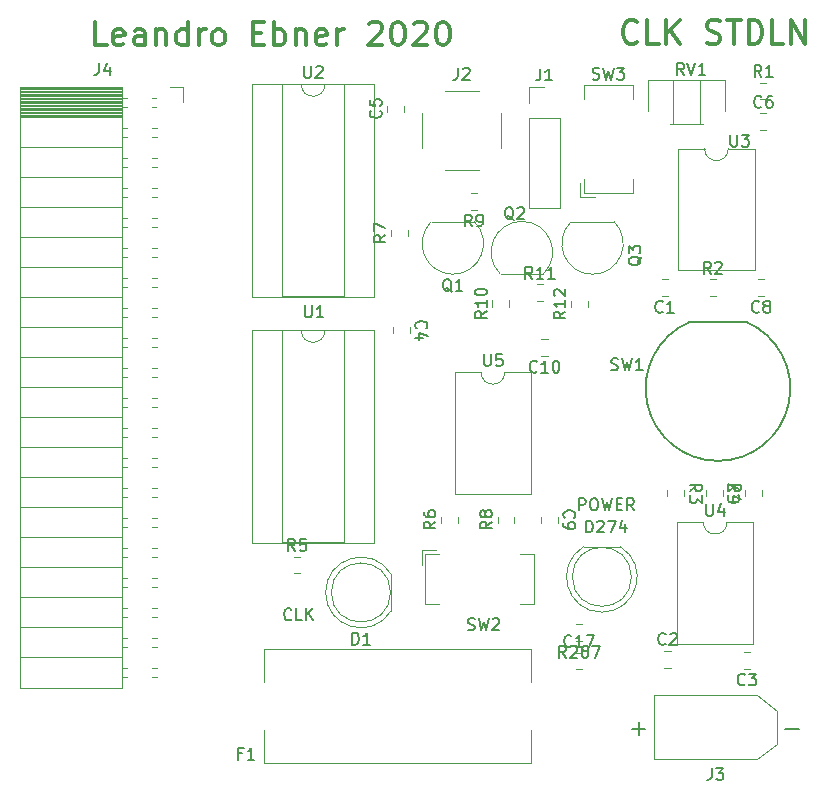
<source format=gbr>
%TF.GenerationSoftware,KiCad,Pcbnew,(5.99.0-2101-geb1ff80d5)*%
%TF.CreationDate,2020-11-29T13:35:49+01:00*%
%TF.ProjectId,CLK_stdln,434c4b5f-7374-4646-9c6e-2e6b69636164,rev?*%
%TF.SameCoordinates,Original*%
%TF.FileFunction,Legend,Top*%
%TF.FilePolarity,Positive*%
%FSLAX46Y46*%
G04 Gerber Fmt 4.6, Leading zero omitted, Abs format (unit mm)*
G04 Created by KiCad (PCBNEW (5.99.0-2101-geb1ff80d5)) date 2020-11-29 13:35:49*
%MOMM*%
%LPD*%
G01*
G04 APERTURE LIST*
%ADD10C,0.150000*%
%ADD11C,0.300000*%
%ADD12C,0.120000*%
G04 APERTURE END LIST*
D10*
X188340476Y-129982380D02*
X188340476Y-128982380D01*
X188721428Y-128982380D01*
X188816666Y-129030000D01*
X188864285Y-129077619D01*
X188911904Y-129172857D01*
X188911904Y-129315714D01*
X188864285Y-129410952D01*
X188816666Y-129458571D01*
X188721428Y-129506190D01*
X188340476Y-129506190D01*
X189530952Y-128982380D02*
X189721428Y-128982380D01*
X189816666Y-129030000D01*
X189911904Y-129125238D01*
X189959523Y-129315714D01*
X189959523Y-129649047D01*
X189911904Y-129839523D01*
X189816666Y-129934761D01*
X189721428Y-129982380D01*
X189530952Y-129982380D01*
X189435714Y-129934761D01*
X189340476Y-129839523D01*
X189292857Y-129649047D01*
X189292857Y-129315714D01*
X189340476Y-129125238D01*
X189435714Y-129030000D01*
X189530952Y-128982380D01*
X190292857Y-128982380D02*
X190530952Y-129982380D01*
X190721428Y-129268095D01*
X190911904Y-129982380D01*
X191150000Y-128982380D01*
X191530952Y-129458571D02*
X191864285Y-129458571D01*
X192007142Y-129982380D02*
X191530952Y-129982380D01*
X191530952Y-128982380D01*
X192007142Y-128982380D01*
X193007142Y-129982380D02*
X192673809Y-129506190D01*
X192435714Y-129982380D02*
X192435714Y-128982380D01*
X192816666Y-128982380D01*
X192911904Y-129030000D01*
X192959523Y-129077619D01*
X193007142Y-129172857D01*
X193007142Y-129315714D01*
X192959523Y-129410952D01*
X192911904Y-129458571D01*
X192816666Y-129506190D01*
X192435714Y-129506190D01*
X163994761Y-139197142D02*
X163947142Y-139244761D01*
X163804285Y-139292380D01*
X163709047Y-139292380D01*
X163566190Y-139244761D01*
X163470952Y-139149523D01*
X163423333Y-139054285D01*
X163375714Y-138863809D01*
X163375714Y-138720952D01*
X163423333Y-138530476D01*
X163470952Y-138435238D01*
X163566190Y-138340000D01*
X163709047Y-138292380D01*
X163804285Y-138292380D01*
X163947142Y-138340000D01*
X163994761Y-138387619D01*
X164899523Y-139292380D02*
X164423333Y-139292380D01*
X164423333Y-138292380D01*
X165232857Y-139292380D02*
X165232857Y-138292380D01*
X165804285Y-139292380D02*
X165375714Y-138720952D01*
X165804285Y-138292380D02*
X165232857Y-138863809D01*
D11*
X148350000Y-90604761D02*
X147397619Y-90604761D01*
X147397619Y-88604761D01*
X149778571Y-90509523D02*
X149588095Y-90604761D01*
X149207142Y-90604761D01*
X149016666Y-90509523D01*
X148921428Y-90319047D01*
X148921428Y-89557142D01*
X149016666Y-89366666D01*
X149207142Y-89271428D01*
X149588095Y-89271428D01*
X149778571Y-89366666D01*
X149873809Y-89557142D01*
X149873809Y-89747619D01*
X148921428Y-89938095D01*
X151588095Y-90604761D02*
X151588095Y-89557142D01*
X151492857Y-89366666D01*
X151302380Y-89271428D01*
X150921428Y-89271428D01*
X150730952Y-89366666D01*
X151588095Y-90509523D02*
X151397619Y-90604761D01*
X150921428Y-90604761D01*
X150730952Y-90509523D01*
X150635714Y-90319047D01*
X150635714Y-90128571D01*
X150730952Y-89938095D01*
X150921428Y-89842857D01*
X151397619Y-89842857D01*
X151588095Y-89747619D01*
X152540476Y-89271428D02*
X152540476Y-90604761D01*
X152540476Y-89461904D02*
X152635714Y-89366666D01*
X152826190Y-89271428D01*
X153111904Y-89271428D01*
X153302380Y-89366666D01*
X153397619Y-89557142D01*
X153397619Y-90604761D01*
X155207142Y-90604761D02*
X155207142Y-88604761D01*
X155207142Y-90509523D02*
X155016666Y-90604761D01*
X154635714Y-90604761D01*
X154445238Y-90509523D01*
X154350000Y-90414285D01*
X154254761Y-90223809D01*
X154254761Y-89652380D01*
X154350000Y-89461904D01*
X154445238Y-89366666D01*
X154635714Y-89271428D01*
X155016666Y-89271428D01*
X155207142Y-89366666D01*
X156159523Y-90604761D02*
X156159523Y-89271428D01*
X156159523Y-89652380D02*
X156254761Y-89461904D01*
X156350000Y-89366666D01*
X156540476Y-89271428D01*
X156730952Y-89271428D01*
X157683333Y-90604761D02*
X157492857Y-90509523D01*
X157397619Y-90414285D01*
X157302380Y-90223809D01*
X157302380Y-89652380D01*
X157397619Y-89461904D01*
X157492857Y-89366666D01*
X157683333Y-89271428D01*
X157969047Y-89271428D01*
X158159523Y-89366666D01*
X158254761Y-89461904D01*
X158350000Y-89652380D01*
X158350000Y-90223809D01*
X158254761Y-90414285D01*
X158159523Y-90509523D01*
X157969047Y-90604761D01*
X157683333Y-90604761D01*
X160730952Y-89557142D02*
X161397619Y-89557142D01*
X161683333Y-90604761D02*
X160730952Y-90604761D01*
X160730952Y-88604761D01*
X161683333Y-88604761D01*
X162540476Y-90604761D02*
X162540476Y-88604761D01*
X162540476Y-89366666D02*
X162730952Y-89271428D01*
X163111904Y-89271428D01*
X163302380Y-89366666D01*
X163397619Y-89461904D01*
X163492857Y-89652380D01*
X163492857Y-90223809D01*
X163397619Y-90414285D01*
X163302380Y-90509523D01*
X163111904Y-90604761D01*
X162730952Y-90604761D01*
X162540476Y-90509523D01*
X164350000Y-89271428D02*
X164350000Y-90604761D01*
X164350000Y-89461904D02*
X164445238Y-89366666D01*
X164635714Y-89271428D01*
X164921428Y-89271428D01*
X165111904Y-89366666D01*
X165207142Y-89557142D01*
X165207142Y-90604761D01*
X166921428Y-90509523D02*
X166730952Y-90604761D01*
X166350000Y-90604761D01*
X166159523Y-90509523D01*
X166064285Y-90319047D01*
X166064285Y-89557142D01*
X166159523Y-89366666D01*
X166350000Y-89271428D01*
X166730952Y-89271428D01*
X166921428Y-89366666D01*
X167016666Y-89557142D01*
X167016666Y-89747619D01*
X166064285Y-89938095D01*
X167873809Y-90604761D02*
X167873809Y-89271428D01*
X167873809Y-89652380D02*
X167969047Y-89461904D01*
X168064285Y-89366666D01*
X168254761Y-89271428D01*
X168445238Y-89271428D01*
X170540476Y-88795238D02*
X170635714Y-88700000D01*
X170826190Y-88604761D01*
X171302380Y-88604761D01*
X171492857Y-88700000D01*
X171588095Y-88795238D01*
X171683333Y-88985714D01*
X171683333Y-89176190D01*
X171588095Y-89461904D01*
X170445238Y-90604761D01*
X171683333Y-90604761D01*
X172921428Y-88604761D02*
X173111904Y-88604761D01*
X173302380Y-88700000D01*
X173397619Y-88795238D01*
X173492857Y-88985714D01*
X173588095Y-89366666D01*
X173588095Y-89842857D01*
X173492857Y-90223809D01*
X173397619Y-90414285D01*
X173302380Y-90509523D01*
X173111904Y-90604761D01*
X172921428Y-90604761D01*
X172730952Y-90509523D01*
X172635714Y-90414285D01*
X172540476Y-90223809D01*
X172445238Y-89842857D01*
X172445238Y-89366666D01*
X172540476Y-88985714D01*
X172635714Y-88795238D01*
X172730952Y-88700000D01*
X172921428Y-88604761D01*
X174350000Y-88795238D02*
X174445238Y-88700000D01*
X174635714Y-88604761D01*
X175111904Y-88604761D01*
X175302380Y-88700000D01*
X175397619Y-88795238D01*
X175492857Y-88985714D01*
X175492857Y-89176190D01*
X175397619Y-89461904D01*
X174254761Y-90604761D01*
X175492857Y-90604761D01*
X176730952Y-88604761D02*
X176921428Y-88604761D01*
X177111904Y-88700000D01*
X177207142Y-88795238D01*
X177302380Y-88985714D01*
X177397619Y-89366666D01*
X177397619Y-89842857D01*
X177302380Y-90223809D01*
X177207142Y-90414285D01*
X177111904Y-90509523D01*
X176921428Y-90604761D01*
X176730952Y-90604761D01*
X176540476Y-90509523D01*
X176445238Y-90414285D01*
X176350000Y-90223809D01*
X176254761Y-89842857D01*
X176254761Y-89366666D01*
X176350000Y-88985714D01*
X176445238Y-88795238D01*
X176540476Y-88700000D01*
X176730952Y-88604761D01*
X193276190Y-90294285D02*
X193180952Y-90389523D01*
X192895238Y-90484761D01*
X192704761Y-90484761D01*
X192419047Y-90389523D01*
X192228571Y-90199047D01*
X192133333Y-90008571D01*
X192038095Y-89627619D01*
X192038095Y-89341904D01*
X192133333Y-88960952D01*
X192228571Y-88770476D01*
X192419047Y-88580000D01*
X192704761Y-88484761D01*
X192895238Y-88484761D01*
X193180952Y-88580000D01*
X193276190Y-88675238D01*
X195085714Y-90484761D02*
X194133333Y-90484761D01*
X194133333Y-88484761D01*
X195752380Y-90484761D02*
X195752380Y-88484761D01*
X196895238Y-90484761D02*
X196038095Y-89341904D01*
X196895238Y-88484761D02*
X195752380Y-89627619D01*
X199180952Y-90389523D02*
X199466666Y-90484761D01*
X199942857Y-90484761D01*
X200133333Y-90389523D01*
X200228571Y-90294285D01*
X200323809Y-90103809D01*
X200323809Y-89913333D01*
X200228571Y-89722857D01*
X200133333Y-89627619D01*
X199942857Y-89532380D01*
X199561904Y-89437142D01*
X199371428Y-89341904D01*
X199276190Y-89246666D01*
X199180952Y-89056190D01*
X199180952Y-88865714D01*
X199276190Y-88675238D01*
X199371428Y-88580000D01*
X199561904Y-88484761D01*
X200038095Y-88484761D01*
X200323809Y-88580000D01*
X200895238Y-88484761D02*
X202038095Y-88484761D01*
X201466666Y-90484761D02*
X201466666Y-88484761D01*
X202704761Y-90484761D02*
X202704761Y-88484761D01*
X203180952Y-88484761D01*
X203466666Y-88580000D01*
X203657142Y-88770476D01*
X203752380Y-88960952D01*
X203847619Y-89341904D01*
X203847619Y-89627619D01*
X203752380Y-90008571D01*
X203657142Y-90199047D01*
X203466666Y-90389523D01*
X203180952Y-90484761D01*
X202704761Y-90484761D01*
X205657142Y-90484761D02*
X204704761Y-90484761D01*
X204704761Y-88484761D01*
X206323809Y-90484761D02*
X206323809Y-88484761D01*
X207466666Y-90484761D01*
X207466666Y-88484761D01*
D10*
%TO.C,R287*%
X187230952Y-142452380D02*
X186897619Y-141976190D01*
X186659523Y-142452380D02*
X186659523Y-141452380D01*
X187040476Y-141452380D01*
X187135714Y-141500000D01*
X187183333Y-141547619D01*
X187230952Y-141642857D01*
X187230952Y-141785714D01*
X187183333Y-141880952D01*
X187135714Y-141928571D01*
X187040476Y-141976190D01*
X186659523Y-141976190D01*
X187611904Y-141547619D02*
X187659523Y-141500000D01*
X187754761Y-141452380D01*
X187992857Y-141452380D01*
X188088095Y-141500000D01*
X188135714Y-141547619D01*
X188183333Y-141642857D01*
X188183333Y-141738095D01*
X188135714Y-141880952D01*
X187564285Y-142452380D01*
X188183333Y-142452380D01*
X188754761Y-141880952D02*
X188659523Y-141833333D01*
X188611904Y-141785714D01*
X188564285Y-141690476D01*
X188564285Y-141642857D01*
X188611904Y-141547619D01*
X188659523Y-141500000D01*
X188754761Y-141452380D01*
X188945238Y-141452380D01*
X189040476Y-141500000D01*
X189088095Y-141547619D01*
X189135714Y-141642857D01*
X189135714Y-141690476D01*
X189088095Y-141785714D01*
X189040476Y-141833333D01*
X188945238Y-141880952D01*
X188754761Y-141880952D01*
X188659523Y-141928571D01*
X188611904Y-141976190D01*
X188564285Y-142071428D01*
X188564285Y-142261904D01*
X188611904Y-142357142D01*
X188659523Y-142404761D01*
X188754761Y-142452380D01*
X188945238Y-142452380D01*
X189040476Y-142404761D01*
X189088095Y-142357142D01*
X189135714Y-142261904D01*
X189135714Y-142071428D01*
X189088095Y-141976190D01*
X189040476Y-141928571D01*
X188945238Y-141880952D01*
X189469047Y-141452380D02*
X190135714Y-141452380D01*
X189707142Y-142452380D01*
%TO.C,R12*%
X187192380Y-113152857D02*
X186716190Y-113486190D01*
X187192380Y-113724285D02*
X186192380Y-113724285D01*
X186192380Y-113343333D01*
X186240000Y-113248095D01*
X186287619Y-113200476D01*
X186382857Y-113152857D01*
X186525714Y-113152857D01*
X186620952Y-113200476D01*
X186668571Y-113248095D01*
X186716190Y-113343333D01*
X186716190Y-113724285D01*
X187192380Y-112200476D02*
X187192380Y-112771904D01*
X187192380Y-112486190D02*
X186192380Y-112486190D01*
X186335238Y-112581428D01*
X186430476Y-112676666D01*
X186478095Y-112771904D01*
X186287619Y-111819523D02*
X186240000Y-111771904D01*
X186192380Y-111676666D01*
X186192380Y-111438571D01*
X186240000Y-111343333D01*
X186287619Y-111295714D01*
X186382857Y-111248095D01*
X186478095Y-111248095D01*
X186620952Y-111295714D01*
X187192380Y-111867142D01*
X187192380Y-111248095D01*
%TO.C,R11*%
X184379142Y-110378380D02*
X184045809Y-109902190D01*
X183807714Y-110378380D02*
X183807714Y-109378380D01*
X184188666Y-109378380D01*
X184283904Y-109426000D01*
X184331523Y-109473619D01*
X184379142Y-109568857D01*
X184379142Y-109711714D01*
X184331523Y-109806952D01*
X184283904Y-109854571D01*
X184188666Y-109902190D01*
X183807714Y-109902190D01*
X185331523Y-110378380D02*
X184760095Y-110378380D01*
X185045809Y-110378380D02*
X185045809Y-109378380D01*
X184950571Y-109521238D01*
X184855333Y-109616476D01*
X184760095Y-109664095D01*
X186283904Y-110378380D02*
X185712476Y-110378380D01*
X185998190Y-110378380D02*
X185998190Y-109378380D01*
X185902952Y-109521238D01*
X185807714Y-109616476D01*
X185712476Y-109664095D01*
%TO.C,R10*%
X180528380Y-113118857D02*
X180052190Y-113452190D01*
X180528380Y-113690285D02*
X179528380Y-113690285D01*
X179528380Y-113309333D01*
X179576000Y-113214095D01*
X179623619Y-113166476D01*
X179718857Y-113118857D01*
X179861714Y-113118857D01*
X179956952Y-113166476D01*
X180004571Y-113214095D01*
X180052190Y-113309333D01*
X180052190Y-113690285D01*
X180528380Y-112166476D02*
X180528380Y-112737904D01*
X180528380Y-112452190D02*
X179528380Y-112452190D01*
X179671238Y-112547428D01*
X179766476Y-112642666D01*
X179814095Y-112737904D01*
X179528380Y-111547428D02*
X179528380Y-111452190D01*
X179576000Y-111356952D01*
X179623619Y-111309333D01*
X179718857Y-111261714D01*
X179909333Y-111214095D01*
X180147428Y-111214095D01*
X180337904Y-111261714D01*
X180433142Y-111309333D01*
X180480761Y-111356952D01*
X180528380Y-111452190D01*
X180528380Y-111547428D01*
X180480761Y-111642666D01*
X180433142Y-111690285D01*
X180337904Y-111737904D01*
X180147428Y-111785523D01*
X179909333Y-111785523D01*
X179718857Y-111737904D01*
X179623619Y-111690285D01*
X179576000Y-111642666D01*
X179528380Y-111547428D01*
%TO.C,R9*%
X179273333Y-105942380D02*
X178940000Y-105466190D01*
X178701904Y-105942380D02*
X178701904Y-104942380D01*
X179082857Y-104942380D01*
X179178095Y-104990000D01*
X179225714Y-105037619D01*
X179273333Y-105132857D01*
X179273333Y-105275714D01*
X179225714Y-105370952D01*
X179178095Y-105418571D01*
X179082857Y-105466190D01*
X178701904Y-105466190D01*
X179749523Y-105942380D02*
X179940000Y-105942380D01*
X180035238Y-105894761D01*
X180082857Y-105847142D01*
X180178095Y-105704285D01*
X180225714Y-105513809D01*
X180225714Y-105132857D01*
X180178095Y-105037619D01*
X180130476Y-104990000D01*
X180035238Y-104942380D01*
X179844761Y-104942380D01*
X179749523Y-104990000D01*
X179701904Y-105037619D01*
X179654285Y-105132857D01*
X179654285Y-105370952D01*
X179701904Y-105466190D01*
X179749523Y-105513809D01*
X179844761Y-105561428D01*
X180035238Y-105561428D01*
X180130476Y-105513809D01*
X180178095Y-105466190D01*
X180225714Y-105370952D01*
%TO.C,R8*%
X180974880Y-130946666D02*
X180498690Y-131280000D01*
X180974880Y-131518095D02*
X179974880Y-131518095D01*
X179974880Y-131137142D01*
X180022500Y-131041904D01*
X180070119Y-130994285D01*
X180165357Y-130946666D01*
X180308214Y-130946666D01*
X180403452Y-130994285D01*
X180451071Y-131041904D01*
X180498690Y-131137142D01*
X180498690Y-131518095D01*
X180403452Y-130375238D02*
X180355833Y-130470476D01*
X180308214Y-130518095D01*
X180212976Y-130565714D01*
X180165357Y-130565714D01*
X180070119Y-130518095D01*
X180022500Y-130470476D01*
X179974880Y-130375238D01*
X179974880Y-130184761D01*
X180022500Y-130089523D01*
X180070119Y-130041904D01*
X180165357Y-129994285D01*
X180212976Y-129994285D01*
X180308214Y-130041904D01*
X180355833Y-130089523D01*
X180403452Y-130184761D01*
X180403452Y-130375238D01*
X180451071Y-130470476D01*
X180498690Y-130518095D01*
X180593928Y-130565714D01*
X180784404Y-130565714D01*
X180879642Y-130518095D01*
X180927261Y-130470476D01*
X180974880Y-130375238D01*
X180974880Y-130184761D01*
X180927261Y-130089523D01*
X180879642Y-130041904D01*
X180784404Y-129994285D01*
X180593928Y-129994285D01*
X180498690Y-130041904D01*
X180451071Y-130089523D01*
X180403452Y-130184761D01*
%TO.C,R7*%
X171962380Y-106672666D02*
X171486190Y-107006000D01*
X171962380Y-107244095D02*
X170962380Y-107244095D01*
X170962380Y-106863142D01*
X171010000Y-106767904D01*
X171057619Y-106720285D01*
X171152857Y-106672666D01*
X171295714Y-106672666D01*
X171390952Y-106720285D01*
X171438571Y-106767904D01*
X171486190Y-106863142D01*
X171486190Y-107244095D01*
X170962380Y-106339333D02*
X170962380Y-105672666D01*
X171962380Y-106101238D01*
%TO.C,R6*%
X176184880Y-130946666D02*
X175708690Y-131280000D01*
X176184880Y-131518095D02*
X175184880Y-131518095D01*
X175184880Y-131137142D01*
X175232500Y-131041904D01*
X175280119Y-130994285D01*
X175375357Y-130946666D01*
X175518214Y-130946666D01*
X175613452Y-130994285D01*
X175661071Y-131041904D01*
X175708690Y-131137142D01*
X175708690Y-131518095D01*
X175184880Y-130089523D02*
X175184880Y-130280000D01*
X175232500Y-130375238D01*
X175280119Y-130422857D01*
X175422976Y-130518095D01*
X175613452Y-130565714D01*
X175994404Y-130565714D01*
X176089642Y-130518095D01*
X176137261Y-130470476D01*
X176184880Y-130375238D01*
X176184880Y-130184761D01*
X176137261Y-130089523D01*
X176089642Y-130041904D01*
X175994404Y-129994285D01*
X175756309Y-129994285D01*
X175661071Y-130041904D01*
X175613452Y-130089523D01*
X175565833Y-130184761D01*
X175565833Y-130375238D01*
X175613452Y-130470476D01*
X175661071Y-130518095D01*
X175756309Y-130565714D01*
%TO.C,R5*%
X164303333Y-133422380D02*
X163970000Y-132946190D01*
X163731904Y-133422380D02*
X163731904Y-132422380D01*
X164112857Y-132422380D01*
X164208095Y-132470000D01*
X164255714Y-132517619D01*
X164303333Y-132612857D01*
X164303333Y-132755714D01*
X164255714Y-132850952D01*
X164208095Y-132898571D01*
X164112857Y-132946190D01*
X163731904Y-132946190D01*
X165208095Y-132422380D02*
X164731904Y-132422380D01*
X164684285Y-132898571D01*
X164731904Y-132850952D01*
X164827142Y-132803333D01*
X165065238Y-132803333D01*
X165160476Y-132850952D01*
X165208095Y-132898571D01*
X165255714Y-132993809D01*
X165255714Y-133231904D01*
X165208095Y-133327142D01*
X165160476Y-133374761D01*
X165065238Y-133422380D01*
X164827142Y-133422380D01*
X164731904Y-133374761D01*
X164684285Y-133327142D01*
%TO.C,R4*%
X201019619Y-128382333D02*
X201495809Y-128049000D01*
X201019619Y-127810904D02*
X202019619Y-127810904D01*
X202019619Y-128191857D01*
X201972000Y-128287095D01*
X201924380Y-128334714D01*
X201829142Y-128382333D01*
X201686285Y-128382333D01*
X201591047Y-128334714D01*
X201543428Y-128287095D01*
X201495809Y-128191857D01*
X201495809Y-127810904D01*
X201686285Y-129239476D02*
X201019619Y-129239476D01*
X202067238Y-129001380D02*
X201352952Y-128763285D01*
X201352952Y-129382333D01*
%TO.C,R3*%
X197719619Y-128382333D02*
X198195809Y-128049000D01*
X197719619Y-127810904D02*
X198719619Y-127810904D01*
X198719619Y-128191857D01*
X198672000Y-128287095D01*
X198624380Y-128334714D01*
X198529142Y-128382333D01*
X198386285Y-128382333D01*
X198291047Y-128334714D01*
X198243428Y-128287095D01*
X198195809Y-128191857D01*
X198195809Y-127810904D01*
X198719619Y-128715666D02*
X198719619Y-129334714D01*
X198338666Y-129001380D01*
X198338666Y-129144238D01*
X198291047Y-129239476D01*
X198243428Y-129287095D01*
X198148190Y-129334714D01*
X197910095Y-129334714D01*
X197814857Y-129287095D01*
X197767238Y-129239476D01*
X197719619Y-129144238D01*
X197719619Y-128858523D01*
X197767238Y-128763285D01*
X197814857Y-128715666D01*
%TO.C,R2*%
X199500833Y-109952380D02*
X199167500Y-109476190D01*
X198929404Y-109952380D02*
X198929404Y-108952380D01*
X199310357Y-108952380D01*
X199405595Y-109000000D01*
X199453214Y-109047619D01*
X199500833Y-109142857D01*
X199500833Y-109285714D01*
X199453214Y-109380952D01*
X199405595Y-109428571D01*
X199310357Y-109476190D01*
X198929404Y-109476190D01*
X199881785Y-109047619D02*
X199929404Y-109000000D01*
X200024642Y-108952380D01*
X200262738Y-108952380D01*
X200357976Y-109000000D01*
X200405595Y-109047619D01*
X200453214Y-109142857D01*
X200453214Y-109238095D01*
X200405595Y-109380952D01*
X199834166Y-109952380D01*
X200453214Y-109952380D01*
%TO.C,R1*%
X203795333Y-93290380D02*
X203462000Y-92814190D01*
X203223904Y-93290380D02*
X203223904Y-92290380D01*
X203604857Y-92290380D01*
X203700095Y-92338000D01*
X203747714Y-92385619D01*
X203795333Y-92480857D01*
X203795333Y-92623714D01*
X203747714Y-92718952D01*
X203700095Y-92766571D01*
X203604857Y-92814190D01*
X203223904Y-92814190D01*
X204747714Y-93290380D02*
X204176285Y-93290380D01*
X204462000Y-93290380D02*
X204462000Y-92290380D01*
X204366761Y-92433238D01*
X204271523Y-92528476D01*
X204176285Y-92576095D01*
%TO.C,C17*%
X187697142Y-141457142D02*
X187649523Y-141504761D01*
X187506666Y-141552380D01*
X187411428Y-141552380D01*
X187268571Y-141504761D01*
X187173333Y-141409523D01*
X187125714Y-141314285D01*
X187078095Y-141123809D01*
X187078095Y-140980952D01*
X187125714Y-140790476D01*
X187173333Y-140695238D01*
X187268571Y-140600000D01*
X187411428Y-140552380D01*
X187506666Y-140552380D01*
X187649523Y-140600000D01*
X187697142Y-140647619D01*
X188649523Y-141552380D02*
X188078095Y-141552380D01*
X188363809Y-141552380D02*
X188363809Y-140552380D01*
X188268571Y-140695238D01*
X188173333Y-140790476D01*
X188078095Y-140838095D01*
X188982857Y-140552380D02*
X189649523Y-140552380D01*
X189220952Y-141552380D01*
%TO.C,C10*%
X184779642Y-118227142D02*
X184732023Y-118274761D01*
X184589166Y-118322380D01*
X184493928Y-118322380D01*
X184351071Y-118274761D01*
X184255833Y-118179523D01*
X184208214Y-118084285D01*
X184160595Y-117893809D01*
X184160595Y-117750952D01*
X184208214Y-117560476D01*
X184255833Y-117465238D01*
X184351071Y-117370000D01*
X184493928Y-117322380D01*
X184589166Y-117322380D01*
X184732023Y-117370000D01*
X184779642Y-117417619D01*
X185732023Y-118322380D02*
X185160595Y-118322380D01*
X185446309Y-118322380D02*
X185446309Y-117322380D01*
X185351071Y-117465238D01*
X185255833Y-117560476D01*
X185160595Y-117608095D01*
X186351071Y-117322380D02*
X186446309Y-117322380D01*
X186541547Y-117370000D01*
X186589166Y-117417619D01*
X186636785Y-117512857D01*
X186684404Y-117703333D01*
X186684404Y-117941428D01*
X186636785Y-118131904D01*
X186589166Y-118227142D01*
X186541547Y-118274761D01*
X186446309Y-118322380D01*
X186351071Y-118322380D01*
X186255833Y-118274761D01*
X186208214Y-118227142D01*
X186160595Y-118131904D01*
X186112976Y-117941428D01*
X186112976Y-117703333D01*
X186160595Y-117512857D01*
X186208214Y-117417619D01*
X186255833Y-117370000D01*
X186351071Y-117322380D01*
%TO.C,C9*%
X187125357Y-130613333D02*
X187077738Y-130565714D01*
X187030119Y-130422857D01*
X187030119Y-130327619D01*
X187077738Y-130184761D01*
X187172976Y-130089523D01*
X187268214Y-130041904D01*
X187458690Y-129994285D01*
X187601547Y-129994285D01*
X187792023Y-130041904D01*
X187887261Y-130089523D01*
X187982500Y-130184761D01*
X188030119Y-130327619D01*
X188030119Y-130422857D01*
X187982500Y-130565714D01*
X187934880Y-130613333D01*
X187030119Y-131089523D02*
X187030119Y-131280000D01*
X187077738Y-131375238D01*
X187125357Y-131422857D01*
X187268214Y-131518095D01*
X187458690Y-131565714D01*
X187839642Y-131565714D01*
X187934880Y-131518095D01*
X187982500Y-131470476D01*
X188030119Y-131375238D01*
X188030119Y-131184761D01*
X187982500Y-131089523D01*
X187934880Y-131041904D01*
X187839642Y-130994285D01*
X187601547Y-130994285D01*
X187506309Y-131041904D01*
X187458690Y-131089523D01*
X187411071Y-131184761D01*
X187411071Y-131375238D01*
X187458690Y-131470476D01*
X187506309Y-131518095D01*
X187601547Y-131565714D01*
%TO.C,C8*%
X203578333Y-113157142D02*
X203530714Y-113204761D01*
X203387857Y-113252380D01*
X203292619Y-113252380D01*
X203149761Y-113204761D01*
X203054523Y-113109523D01*
X203006904Y-113014285D01*
X202959285Y-112823809D01*
X202959285Y-112680952D01*
X203006904Y-112490476D01*
X203054523Y-112395238D01*
X203149761Y-112300000D01*
X203292619Y-112252380D01*
X203387857Y-112252380D01*
X203530714Y-112300000D01*
X203578333Y-112347619D01*
X204149761Y-112680952D02*
X204054523Y-112633333D01*
X204006904Y-112585714D01*
X203959285Y-112490476D01*
X203959285Y-112442857D01*
X204006904Y-112347619D01*
X204054523Y-112300000D01*
X204149761Y-112252380D01*
X204340238Y-112252380D01*
X204435476Y-112300000D01*
X204483095Y-112347619D01*
X204530714Y-112442857D01*
X204530714Y-112490476D01*
X204483095Y-112585714D01*
X204435476Y-112633333D01*
X204340238Y-112680952D01*
X204149761Y-112680952D01*
X204054523Y-112728571D01*
X204006904Y-112776190D01*
X203959285Y-112871428D01*
X203959285Y-113061904D01*
X204006904Y-113157142D01*
X204054523Y-113204761D01*
X204149761Y-113252380D01*
X204340238Y-113252380D01*
X204435476Y-113204761D01*
X204483095Y-113157142D01*
X204530714Y-113061904D01*
X204530714Y-112871428D01*
X204483095Y-112776190D01*
X204435476Y-112728571D01*
X204340238Y-112680952D01*
%TO.C,C7*%
X201829142Y-128715666D02*
X201876761Y-128763285D01*
X201924380Y-128906142D01*
X201924380Y-129001380D01*
X201876761Y-129144238D01*
X201781523Y-129239476D01*
X201686285Y-129287095D01*
X201495809Y-129334714D01*
X201352952Y-129334714D01*
X201162476Y-129287095D01*
X201067238Y-129239476D01*
X200972000Y-129144238D01*
X200924380Y-129001380D01*
X200924380Y-128906142D01*
X200972000Y-128763285D01*
X201019619Y-128715666D01*
X200924380Y-128382333D02*
X200924380Y-127715666D01*
X201924380Y-128144238D01*
%TO.C,C6*%
X203795333Y-95805142D02*
X203747714Y-95852761D01*
X203604857Y-95900380D01*
X203509619Y-95900380D01*
X203366761Y-95852761D01*
X203271523Y-95757523D01*
X203223904Y-95662285D01*
X203176285Y-95471809D01*
X203176285Y-95328952D01*
X203223904Y-95138476D01*
X203271523Y-95043238D01*
X203366761Y-94948000D01*
X203509619Y-94900380D01*
X203604857Y-94900380D01*
X203747714Y-94948000D01*
X203795333Y-94995619D01*
X204652476Y-94900380D02*
X204462000Y-94900380D01*
X204366761Y-94948000D01*
X204319142Y-94995619D01*
X204223904Y-95138476D01*
X204176285Y-95328952D01*
X204176285Y-95709904D01*
X204223904Y-95805142D01*
X204271523Y-95852761D01*
X204366761Y-95900380D01*
X204557238Y-95900380D01*
X204652476Y-95852761D01*
X204700095Y-95805142D01*
X204747714Y-95709904D01*
X204747714Y-95471809D01*
X204700095Y-95376571D01*
X204652476Y-95328952D01*
X204557238Y-95281333D01*
X204366761Y-95281333D01*
X204271523Y-95328952D01*
X204223904Y-95376571D01*
X204176285Y-95471809D01*
%TO.C,C5*%
X171537142Y-96136666D02*
X171584761Y-96184285D01*
X171632380Y-96327142D01*
X171632380Y-96422380D01*
X171584761Y-96565238D01*
X171489523Y-96660476D01*
X171394285Y-96708095D01*
X171203809Y-96755714D01*
X171060952Y-96755714D01*
X170870476Y-96708095D01*
X170775238Y-96660476D01*
X170680000Y-96565238D01*
X170632380Y-96422380D01*
X170632380Y-96327142D01*
X170680000Y-96184285D01*
X170727619Y-96136666D01*
X170632380Y-95231904D02*
X170632380Y-95708095D01*
X171108571Y-95755714D01*
X171060952Y-95708095D01*
X171013333Y-95612857D01*
X171013333Y-95374761D01*
X171060952Y-95279523D01*
X171108571Y-95231904D01*
X171203809Y-95184285D01*
X171441904Y-95184285D01*
X171537142Y-95231904D01*
X171584761Y-95279523D01*
X171632380Y-95374761D01*
X171632380Y-95612857D01*
X171584761Y-95708095D01*
X171537142Y-95755714D01*
%TO.C,C4*%
X174592857Y-114573333D02*
X174545238Y-114525714D01*
X174497619Y-114382857D01*
X174497619Y-114287619D01*
X174545238Y-114144761D01*
X174640476Y-114049523D01*
X174735714Y-114001904D01*
X174926190Y-113954285D01*
X175069047Y-113954285D01*
X175259523Y-114001904D01*
X175354761Y-114049523D01*
X175450000Y-114144761D01*
X175497619Y-114287619D01*
X175497619Y-114382857D01*
X175450000Y-114525714D01*
X175402380Y-114573333D01*
X175164285Y-115430476D02*
X174497619Y-115430476D01*
X175545238Y-115192380D02*
X174830952Y-114954285D01*
X174830952Y-115573333D01*
%TO.C,C3*%
X202400333Y-144711142D02*
X202352714Y-144758761D01*
X202209857Y-144806380D01*
X202114619Y-144806380D01*
X201971761Y-144758761D01*
X201876523Y-144663523D01*
X201828904Y-144568285D01*
X201781285Y-144377809D01*
X201781285Y-144234952D01*
X201828904Y-144044476D01*
X201876523Y-143949238D01*
X201971761Y-143854000D01*
X202114619Y-143806380D01*
X202209857Y-143806380D01*
X202352714Y-143854000D01*
X202400333Y-143901619D01*
X202733666Y-143806380D02*
X203352714Y-143806380D01*
X203019380Y-144187333D01*
X203162238Y-144187333D01*
X203257476Y-144234952D01*
X203305095Y-144282571D01*
X203352714Y-144377809D01*
X203352714Y-144615904D01*
X203305095Y-144711142D01*
X203257476Y-144758761D01*
X203162238Y-144806380D01*
X202876523Y-144806380D01*
X202781285Y-144758761D01*
X202733666Y-144711142D01*
%TO.C,C2*%
X195670333Y-141291142D02*
X195622714Y-141338761D01*
X195479857Y-141386380D01*
X195384619Y-141386380D01*
X195241761Y-141338761D01*
X195146523Y-141243523D01*
X195098904Y-141148285D01*
X195051285Y-140957809D01*
X195051285Y-140814952D01*
X195098904Y-140624476D01*
X195146523Y-140529238D01*
X195241761Y-140434000D01*
X195384619Y-140386380D01*
X195479857Y-140386380D01*
X195622714Y-140434000D01*
X195670333Y-140481619D01*
X196051285Y-140481619D02*
X196098904Y-140434000D01*
X196194142Y-140386380D01*
X196432238Y-140386380D01*
X196527476Y-140434000D01*
X196575095Y-140481619D01*
X196622714Y-140576857D01*
X196622714Y-140672095D01*
X196575095Y-140814952D01*
X196003666Y-141386380D01*
X196622714Y-141386380D01*
%TO.C,C1*%
X195423333Y-113157142D02*
X195375714Y-113204761D01*
X195232857Y-113252380D01*
X195137619Y-113252380D01*
X194994761Y-113204761D01*
X194899523Y-113109523D01*
X194851904Y-113014285D01*
X194804285Y-112823809D01*
X194804285Y-112680952D01*
X194851904Y-112490476D01*
X194899523Y-112395238D01*
X194994761Y-112300000D01*
X195137619Y-112252380D01*
X195232857Y-112252380D01*
X195375714Y-112300000D01*
X195423333Y-112347619D01*
X196375714Y-113252380D02*
X195804285Y-113252380D01*
X196090000Y-113252380D02*
X196090000Y-112252380D01*
X195994761Y-112395238D01*
X195899523Y-112490476D01*
X195804285Y-112538095D01*
%TO.C,U3*%
X201168095Y-98192380D02*
X201168095Y-99001904D01*
X201215714Y-99097142D01*
X201263333Y-99144761D01*
X201358571Y-99192380D01*
X201549047Y-99192380D01*
X201644285Y-99144761D01*
X201691904Y-99097142D01*
X201739523Y-99001904D01*
X201739523Y-98192380D01*
X202120476Y-98192380D02*
X202739523Y-98192380D01*
X202406190Y-98573333D01*
X202549047Y-98573333D01*
X202644285Y-98620952D01*
X202691904Y-98668571D01*
X202739523Y-98763809D01*
X202739523Y-99001904D01*
X202691904Y-99097142D01*
X202644285Y-99144761D01*
X202549047Y-99192380D01*
X202263333Y-99192380D01*
X202168095Y-99144761D01*
X202120476Y-99097142D01*
%TO.C,SW2*%
X178936666Y-140084761D02*
X179079523Y-140132380D01*
X179317619Y-140132380D01*
X179412857Y-140084761D01*
X179460476Y-140037142D01*
X179508095Y-139941904D01*
X179508095Y-139846666D01*
X179460476Y-139751428D01*
X179412857Y-139703809D01*
X179317619Y-139656190D01*
X179127142Y-139608571D01*
X179031904Y-139560952D01*
X178984285Y-139513333D01*
X178936666Y-139418095D01*
X178936666Y-139322857D01*
X178984285Y-139227619D01*
X179031904Y-139180000D01*
X179127142Y-139132380D01*
X179365238Y-139132380D01*
X179508095Y-139180000D01*
X179841428Y-139132380D02*
X180079523Y-140132380D01*
X180270000Y-139418095D01*
X180460476Y-140132380D01*
X180698571Y-139132380D01*
X181031904Y-139227619D02*
X181079523Y-139180000D01*
X181174761Y-139132380D01*
X181412857Y-139132380D01*
X181508095Y-139180000D01*
X181555714Y-139227619D01*
X181603333Y-139322857D01*
X181603333Y-139418095D01*
X181555714Y-139560952D01*
X180984285Y-140132380D01*
X181603333Y-140132380D01*
%TO.C,J2*%
X178090666Y-92530380D02*
X178090666Y-93244666D01*
X178043047Y-93387523D01*
X177947809Y-93482761D01*
X177804952Y-93530380D01*
X177709714Y-93530380D01*
X178519238Y-92625619D02*
X178566857Y-92578000D01*
X178662095Y-92530380D01*
X178900190Y-92530380D01*
X178995428Y-92578000D01*
X179043047Y-92625619D01*
X179090666Y-92720857D01*
X179090666Y-92816095D01*
X179043047Y-92958952D01*
X178471619Y-93530380D01*
X179090666Y-93530380D01*
%TO.C,U1*%
X165138095Y-112642380D02*
X165138095Y-113451904D01*
X165185714Y-113547142D01*
X165233333Y-113594761D01*
X165328571Y-113642380D01*
X165519047Y-113642380D01*
X165614285Y-113594761D01*
X165661904Y-113547142D01*
X165709523Y-113451904D01*
X165709523Y-112642380D01*
X166709523Y-113642380D02*
X166138095Y-113642380D01*
X166423809Y-113642380D02*
X166423809Y-112642380D01*
X166328571Y-112785238D01*
X166233333Y-112880476D01*
X166138095Y-112928095D01*
%TO.C,U2*%
X165068095Y-92380380D02*
X165068095Y-93189904D01*
X165115714Y-93285142D01*
X165163333Y-93332761D01*
X165258571Y-93380380D01*
X165449047Y-93380380D01*
X165544285Y-93332761D01*
X165591904Y-93285142D01*
X165639523Y-93189904D01*
X165639523Y-92380380D01*
X166068095Y-92475619D02*
X166115714Y-92428000D01*
X166210952Y-92380380D01*
X166449047Y-92380380D01*
X166544285Y-92428000D01*
X166591904Y-92475619D01*
X166639523Y-92570857D01*
X166639523Y-92666095D01*
X166591904Y-92808952D01*
X166020476Y-93380380D01*
X166639523Y-93380380D01*
%TO.C,U4*%
X199110095Y-129446380D02*
X199110095Y-130255904D01*
X199157714Y-130351142D01*
X199205333Y-130398761D01*
X199300571Y-130446380D01*
X199491047Y-130446380D01*
X199586285Y-130398761D01*
X199633904Y-130351142D01*
X199681523Y-130255904D01*
X199681523Y-129446380D01*
X200586285Y-129779714D02*
X200586285Y-130446380D01*
X200348190Y-129398761D02*
X200110095Y-130113047D01*
X200729142Y-130113047D01*
%TO.C,U5*%
X180300595Y-116752380D02*
X180300595Y-117561904D01*
X180348214Y-117657142D01*
X180395833Y-117704761D01*
X180491071Y-117752380D01*
X180681547Y-117752380D01*
X180776785Y-117704761D01*
X180824404Y-117657142D01*
X180872023Y-117561904D01*
X180872023Y-116752380D01*
X181824404Y-116752380D02*
X181348214Y-116752380D01*
X181300595Y-117228571D01*
X181348214Y-117180952D01*
X181443452Y-117133333D01*
X181681547Y-117133333D01*
X181776785Y-117180952D01*
X181824404Y-117228571D01*
X181872023Y-117323809D01*
X181872023Y-117561904D01*
X181824404Y-117657142D01*
X181776785Y-117704761D01*
X181681547Y-117752380D01*
X181443452Y-117752380D01*
X181348214Y-117704761D01*
X181300595Y-117657142D01*
%TO.C,SW3*%
X189506666Y-93464761D02*
X189649523Y-93512380D01*
X189887619Y-93512380D01*
X189982857Y-93464761D01*
X190030476Y-93417142D01*
X190078095Y-93321904D01*
X190078095Y-93226666D01*
X190030476Y-93131428D01*
X189982857Y-93083809D01*
X189887619Y-93036190D01*
X189697142Y-92988571D01*
X189601904Y-92940952D01*
X189554285Y-92893333D01*
X189506666Y-92798095D01*
X189506666Y-92702857D01*
X189554285Y-92607619D01*
X189601904Y-92560000D01*
X189697142Y-92512380D01*
X189935238Y-92512380D01*
X190078095Y-92560000D01*
X190411428Y-92512380D02*
X190649523Y-93512380D01*
X190840000Y-92798095D01*
X191030476Y-93512380D01*
X191268571Y-92512380D01*
X191554285Y-92512380D02*
X192173333Y-92512380D01*
X191840000Y-92893333D01*
X191982857Y-92893333D01*
X192078095Y-92940952D01*
X192125714Y-92988571D01*
X192173333Y-93083809D01*
X192173333Y-93321904D01*
X192125714Y-93417142D01*
X192078095Y-93464761D01*
X191982857Y-93512380D01*
X191697142Y-93512380D01*
X191601904Y-93464761D01*
X191554285Y-93417142D01*
%TO.C,SW1*%
X191076666Y-118074761D02*
X191219523Y-118122380D01*
X191457619Y-118122380D01*
X191552857Y-118074761D01*
X191600476Y-118027142D01*
X191648095Y-117931904D01*
X191648095Y-117836666D01*
X191600476Y-117741428D01*
X191552857Y-117693809D01*
X191457619Y-117646190D01*
X191267142Y-117598571D01*
X191171904Y-117550952D01*
X191124285Y-117503333D01*
X191076666Y-117408095D01*
X191076666Y-117312857D01*
X191124285Y-117217619D01*
X191171904Y-117170000D01*
X191267142Y-117122380D01*
X191505238Y-117122380D01*
X191648095Y-117170000D01*
X191981428Y-117122380D02*
X192219523Y-118122380D01*
X192410000Y-117408095D01*
X192600476Y-118122380D01*
X192838571Y-117122380D01*
X193743333Y-118122380D02*
X193171904Y-118122380D01*
X193457619Y-118122380D02*
X193457619Y-117122380D01*
X193362380Y-117265238D01*
X193267142Y-117360476D01*
X193171904Y-117408095D01*
%TO.C,RV1*%
X197244761Y-93122380D02*
X196911428Y-92646190D01*
X196673333Y-93122380D02*
X196673333Y-92122380D01*
X197054285Y-92122380D01*
X197149523Y-92170000D01*
X197197142Y-92217619D01*
X197244761Y-92312857D01*
X197244761Y-92455714D01*
X197197142Y-92550952D01*
X197149523Y-92598571D01*
X197054285Y-92646190D01*
X196673333Y-92646190D01*
X197530476Y-92122380D02*
X197863809Y-93122380D01*
X198197142Y-92122380D01*
X199054285Y-93122380D02*
X198482857Y-93122380D01*
X198768571Y-93122380D02*
X198768571Y-92122380D01*
X198673333Y-92265238D01*
X198578095Y-92360476D01*
X198482857Y-92408095D01*
%TO.C,Q3*%
X193637619Y-108505238D02*
X193590000Y-108600476D01*
X193494761Y-108695714D01*
X193351904Y-108838571D01*
X193304285Y-108933809D01*
X193304285Y-109029047D01*
X193542380Y-108981428D02*
X193494761Y-109076666D01*
X193399523Y-109171904D01*
X193209047Y-109219523D01*
X192875714Y-109219523D01*
X192685238Y-109171904D01*
X192590000Y-109076666D01*
X192542380Y-108981428D01*
X192542380Y-108790952D01*
X192590000Y-108695714D01*
X192685238Y-108600476D01*
X192875714Y-108552857D01*
X193209047Y-108552857D01*
X193399523Y-108600476D01*
X193494761Y-108695714D01*
X193542380Y-108790952D01*
X193542380Y-108981428D01*
X192542380Y-108219523D02*
X192542380Y-107600476D01*
X192923333Y-107933809D01*
X192923333Y-107790952D01*
X192970952Y-107695714D01*
X193018571Y-107648095D01*
X193113809Y-107600476D01*
X193351904Y-107600476D01*
X193447142Y-107648095D01*
X193494761Y-107695714D01*
X193542380Y-107790952D01*
X193542380Y-108076666D01*
X193494761Y-108171904D01*
X193447142Y-108219523D01*
%TO.C,Q2*%
X182804761Y-105397619D02*
X182709523Y-105350000D01*
X182614285Y-105254761D01*
X182471428Y-105111904D01*
X182376190Y-105064285D01*
X182280952Y-105064285D01*
X182328571Y-105302380D02*
X182233333Y-105254761D01*
X182138095Y-105159523D01*
X182090476Y-104969047D01*
X182090476Y-104635714D01*
X182138095Y-104445238D01*
X182233333Y-104350000D01*
X182328571Y-104302380D01*
X182519047Y-104302380D01*
X182614285Y-104350000D01*
X182709523Y-104445238D01*
X182757142Y-104635714D01*
X182757142Y-104969047D01*
X182709523Y-105159523D01*
X182614285Y-105254761D01*
X182519047Y-105302380D01*
X182328571Y-105302380D01*
X183138095Y-104397619D02*
X183185714Y-104350000D01*
X183280952Y-104302380D01*
X183519047Y-104302380D01*
X183614285Y-104350000D01*
X183661904Y-104397619D01*
X183709523Y-104492857D01*
X183709523Y-104588095D01*
X183661904Y-104730952D01*
X183090476Y-105302380D01*
X183709523Y-105302380D01*
%TO.C,Q1*%
X177566761Y-111503619D02*
X177471523Y-111456000D01*
X177376285Y-111360761D01*
X177233428Y-111217904D01*
X177138190Y-111170285D01*
X177042952Y-111170285D01*
X177090571Y-111408380D02*
X176995333Y-111360761D01*
X176900095Y-111265523D01*
X176852476Y-111075047D01*
X176852476Y-110741714D01*
X176900095Y-110551238D01*
X176995333Y-110456000D01*
X177090571Y-110408380D01*
X177281047Y-110408380D01*
X177376285Y-110456000D01*
X177471523Y-110551238D01*
X177519142Y-110741714D01*
X177519142Y-111075047D01*
X177471523Y-111265523D01*
X177376285Y-111360761D01*
X177281047Y-111408380D01*
X177090571Y-111408380D01*
X178471523Y-111408380D02*
X177900095Y-111408380D01*
X178185809Y-111408380D02*
X178185809Y-110408380D01*
X178090571Y-110551238D01*
X177995333Y-110646476D01*
X177900095Y-110694095D01*
%TO.C,J4*%
X147696666Y-92122380D02*
X147696666Y-92836666D01*
X147649047Y-92979523D01*
X147553809Y-93074761D01*
X147410952Y-93122380D01*
X147315714Y-93122380D01*
X148601428Y-92455714D02*
X148601428Y-93122380D01*
X148363333Y-92074761D02*
X148125238Y-92789047D01*
X148744285Y-92789047D01*
%TO.C,J3*%
X199566666Y-151822380D02*
X199566666Y-152536666D01*
X199519047Y-152679523D01*
X199423809Y-152774761D01*
X199280952Y-152822380D01*
X199185714Y-152822380D01*
X199947619Y-151822380D02*
X200566666Y-151822380D01*
X200233333Y-152203333D01*
X200376190Y-152203333D01*
X200471428Y-152250952D01*
X200519047Y-152298571D01*
X200566666Y-152393809D01*
X200566666Y-152631904D01*
X200519047Y-152727142D01*
X200471428Y-152774761D01*
X200376190Y-152822380D01*
X200090476Y-152822380D01*
X199995238Y-152774761D01*
X199947619Y-152727142D01*
X205828571Y-148477142D02*
X206971428Y-148477142D01*
X192828571Y-148477142D02*
X193971428Y-148477142D01*
X193400000Y-149048571D02*
X193400000Y-147905714D01*
%TO.C,J1*%
X185068666Y-92580380D02*
X185068666Y-93294666D01*
X185021047Y-93437523D01*
X184925809Y-93532761D01*
X184782952Y-93580380D01*
X184687714Y-93580380D01*
X186068666Y-93580380D02*
X185497238Y-93580380D01*
X185782952Y-93580380D02*
X185782952Y-92580380D01*
X185687714Y-92723238D01*
X185592476Y-92818476D01*
X185497238Y-92866095D01*
%TO.C,F1*%
X159806666Y-150568571D02*
X159473333Y-150568571D01*
X159473333Y-151092380D02*
X159473333Y-150092380D01*
X159949523Y-150092380D01*
X160854285Y-151092380D02*
X160282857Y-151092380D01*
X160568571Y-151092380D02*
X160568571Y-150092380D01*
X160473333Y-150235238D01*
X160378095Y-150330476D01*
X160282857Y-150378095D01*
%TO.C,D274*%
X188929523Y-131852380D02*
X188929523Y-130852380D01*
X189167619Y-130852380D01*
X189310476Y-130900000D01*
X189405714Y-130995238D01*
X189453333Y-131090476D01*
X189500952Y-131280952D01*
X189500952Y-131423809D01*
X189453333Y-131614285D01*
X189405714Y-131709523D01*
X189310476Y-131804761D01*
X189167619Y-131852380D01*
X188929523Y-131852380D01*
X189881904Y-130947619D02*
X189929523Y-130900000D01*
X190024761Y-130852380D01*
X190262857Y-130852380D01*
X190358095Y-130900000D01*
X190405714Y-130947619D01*
X190453333Y-131042857D01*
X190453333Y-131138095D01*
X190405714Y-131280952D01*
X189834285Y-131852380D01*
X190453333Y-131852380D01*
X190786666Y-130852380D02*
X191453333Y-130852380D01*
X191024761Y-131852380D01*
X192262857Y-131185714D02*
X192262857Y-131852380D01*
X192024761Y-130804761D02*
X191786666Y-131519047D01*
X192405714Y-131519047D01*
%TO.C,D1*%
X169141904Y-141352380D02*
X169141904Y-140352380D01*
X169380000Y-140352380D01*
X169522857Y-140400000D01*
X169618095Y-140495238D01*
X169665714Y-140590476D01*
X169713333Y-140780952D01*
X169713333Y-140923809D01*
X169665714Y-141114285D01*
X169618095Y-141209523D01*
X169522857Y-141304761D01*
X169380000Y-141352380D01*
X169141904Y-141352380D01*
X170665714Y-141352380D02*
X170094285Y-141352380D01*
X170380000Y-141352380D02*
X170380000Y-140352380D01*
X170284761Y-140495238D01*
X170189523Y-140590476D01*
X170094285Y-140638095D01*
D12*
%TO.C,R287*%
X188608578Y-139640000D02*
X188091422Y-139640000D01*
X188608578Y-141060000D02*
X188091422Y-141060000D01*
%TO.C,R12*%
X189100000Y-112768578D02*
X189100000Y-112251422D01*
X187680000Y-112768578D02*
X187680000Y-112251422D01*
%TO.C,R11*%
X184763422Y-112286000D02*
X185280578Y-112286000D01*
X184763422Y-110866000D02*
X185280578Y-110866000D01*
%TO.C,R10*%
X182436000Y-112734578D02*
X182436000Y-112217422D01*
X181016000Y-112734578D02*
X181016000Y-112217422D01*
%TO.C,R9*%
X179698578Y-103130000D02*
X179181422Y-103130000D01*
X179698578Y-104550000D02*
X179181422Y-104550000D01*
%TO.C,R8*%
X182882500Y-131038578D02*
X182882500Y-130521422D01*
X181462500Y-131038578D02*
X181462500Y-130521422D01*
%TO.C,R7*%
X173870000Y-106764578D02*
X173870000Y-106247422D01*
X172450000Y-106764578D02*
X172450000Y-106247422D01*
%TO.C,R6*%
X178092500Y-131038578D02*
X178092500Y-130521422D01*
X176672500Y-131038578D02*
X176672500Y-130521422D01*
%TO.C,R5*%
X164211422Y-135330000D02*
X164728578Y-135330000D01*
X164211422Y-133910000D02*
X164728578Y-133910000D01*
%TO.C,R4*%
X199112000Y-128290422D02*
X199112000Y-128807578D01*
X200532000Y-128290422D02*
X200532000Y-128807578D01*
%TO.C,R3*%
X195812000Y-128290422D02*
X195812000Y-128807578D01*
X197232000Y-128290422D02*
X197232000Y-128807578D01*
%TO.C,R2*%
X199408922Y-111860000D02*
X199926078Y-111860000D01*
X199408922Y-110440000D02*
X199926078Y-110440000D01*
%TO.C,R1*%
X203703422Y-95198000D02*
X204220578Y-95198000D01*
X203703422Y-93778000D02*
X204220578Y-93778000D01*
%TO.C,C17*%
X188081422Y-143460000D02*
X188598578Y-143460000D01*
X188081422Y-142040000D02*
X188598578Y-142040000D01*
%TO.C,C10*%
X185681078Y-115510000D02*
X185163922Y-115510000D01*
X185681078Y-116930000D02*
X185163922Y-116930000D01*
%TO.C,C9*%
X185122500Y-130521422D02*
X185122500Y-131038578D01*
X186542500Y-130521422D02*
X186542500Y-131038578D01*
%TO.C,C8*%
X204003578Y-110440000D02*
X203486422Y-110440000D01*
X204003578Y-111860000D02*
X203486422Y-111860000D01*
%TO.C,C7*%
X203832000Y-128807578D02*
X203832000Y-128290422D01*
X202412000Y-128807578D02*
X202412000Y-128290422D01*
%TO.C,C6*%
X203703422Y-97808000D02*
X204220578Y-97808000D01*
X203703422Y-96388000D02*
X204220578Y-96388000D01*
%TO.C,C5*%
X173540000Y-96228578D02*
X173540000Y-95711422D01*
X172120000Y-96228578D02*
X172120000Y-95711422D01*
%TO.C,C4*%
X172590000Y-114481422D02*
X172590000Y-114998578D01*
X174010000Y-114481422D02*
X174010000Y-114998578D01*
%TO.C,C3*%
X202825578Y-141994000D02*
X202308422Y-141994000D01*
X202825578Y-143414000D02*
X202308422Y-143414000D01*
%TO.C,C2*%
X195578422Y-143294000D02*
X196095578Y-143294000D01*
X195578422Y-141874000D02*
X196095578Y-141874000D01*
%TO.C,C1*%
X195848578Y-110440000D02*
X195331422Y-110440000D01*
X195848578Y-111860000D02*
X195331422Y-111860000D01*
%TO.C,U3*%
X203215000Y-99370000D02*
X200980000Y-99370000D01*
X203215000Y-109650000D02*
X203215000Y-99370000D01*
X196745000Y-109650000D02*
X203215000Y-109650000D01*
X196745000Y-99370000D02*
X196745000Y-109650000D01*
X198980000Y-99370000D02*
X196745000Y-99370000D01*
X200980000Y-99370000D02*
G75*
G02*
X198980000Y-99370000I-1000000J0D01*
G01*
%TO.C,SW2*%
X176512500Y-133680000D02*
X175312500Y-133680000D01*
X175312500Y-133680000D02*
X175312500Y-137880000D01*
X175312500Y-137880000D02*
X176512500Y-137880000D01*
X183312500Y-133680000D02*
X184512500Y-133680000D01*
X184512500Y-133680000D02*
X184512500Y-137880000D01*
X184512500Y-137880000D02*
X183312500Y-137880000D01*
X176212500Y-133380000D02*
X175012500Y-133380000D01*
X175012500Y-133380000D02*
X175012500Y-134580000D01*
%TO.C,J2*%
X176974000Y-94473000D02*
X179874000Y-94473000D01*
X176974000Y-101183000D02*
X179874000Y-101183000D01*
X181779000Y-96378000D02*
X181779000Y-99278000D01*
X175069000Y-96378000D02*
X175069000Y-99278000D01*
%TO.C,U1*%
X170970000Y-114700000D02*
X160690000Y-114700000D01*
X170970000Y-132720000D02*
X170970000Y-114700000D01*
X160690000Y-132720000D02*
X170970000Y-132720000D01*
X160690000Y-114700000D02*
X160690000Y-132720000D01*
X168480000Y-114760000D02*
X166830000Y-114760000D01*
X168480000Y-132660000D02*
X168480000Y-114760000D01*
X163180000Y-132660000D02*
X168480000Y-132660000D01*
X163180000Y-114760000D02*
X163180000Y-132660000D01*
X164830000Y-114760000D02*
X163180000Y-114760000D01*
X166830000Y-114760000D02*
G75*
G02*
X164830000Y-114760000I-1000000J0D01*
G01*
%TO.C,U2*%
X170970000Y-93868000D02*
X160690000Y-93868000D01*
X170970000Y-111888000D02*
X170970000Y-93868000D01*
X160690000Y-111888000D02*
X170970000Y-111888000D01*
X160690000Y-93868000D02*
X160690000Y-111888000D01*
X168480000Y-93928000D02*
X166830000Y-93928000D01*
X168480000Y-111828000D02*
X168480000Y-93928000D01*
X163180000Y-111828000D02*
X168480000Y-111828000D01*
X163180000Y-93928000D02*
X163180000Y-111828000D01*
X164830000Y-93928000D02*
X163180000Y-93928000D01*
X166830000Y-93928000D02*
G75*
G02*
X164830000Y-93928000I-1000000J0D01*
G01*
%TO.C,U4*%
X203107000Y-130994000D02*
X200872000Y-130994000D01*
X203107000Y-141274000D02*
X203107000Y-130994000D01*
X196637000Y-141274000D02*
X203107000Y-141274000D01*
X196637000Y-130994000D02*
X196637000Y-141274000D01*
X198872000Y-130994000D02*
X196637000Y-130994000D01*
X200872000Y-130994000D02*
G75*
G02*
X198872000Y-130994000I-1000000J0D01*
G01*
%TO.C,U5*%
X184297500Y-118300000D02*
X182062500Y-118300000D01*
X184297500Y-128580000D02*
X184297500Y-118300000D01*
X177827500Y-128580000D02*
X184297500Y-128580000D01*
X177827500Y-118300000D02*
X177827500Y-128580000D01*
X180062500Y-118300000D02*
X177827500Y-118300000D01*
X182062500Y-118300000D02*
G75*
G02*
X180062500Y-118300000I-1000000J0D01*
G01*
%TO.C,SW3*%
X188760000Y-101960000D02*
X188760000Y-103160000D01*
X188760000Y-103160000D02*
X192960000Y-103160000D01*
X192960000Y-103160000D02*
X192960000Y-101960000D01*
X188760000Y-95160000D02*
X188760000Y-93960000D01*
X188760000Y-93960000D02*
X192960000Y-93960000D01*
X192960000Y-93960000D02*
X192960000Y-95160000D01*
X188460000Y-102260000D02*
X188460000Y-103460000D01*
X188460000Y-103460000D02*
X189660000Y-103460000D01*
D10*
%TO.C,SW1*%
X197715157Y-114036905D02*
G75*
G03*
X202502000Y-114034000I2396843J-5637095D01*
G01*
X197722000Y-114034000D02*
X202502000Y-114034000D01*
D12*
%TO.C,RV1*%
X196330000Y-93510000D02*
X198570000Y-93510000D01*
X196330000Y-97251000D02*
X198570000Y-97251000D01*
X198570000Y-97251000D02*
X198570000Y-93510000D01*
X196330000Y-97251000D02*
X196330000Y-93510000D01*
X196016000Y-97251000D02*
X198885000Y-97251000D01*
X194180000Y-93510000D02*
X200720000Y-93510000D01*
X200720000Y-96205000D02*
X200720000Y-93510000D01*
X194180000Y-96205000D02*
X194180000Y-93510000D01*
%TO.C,Q3*%
X187653522Y-105563522D02*
G75*
G03*
X189492000Y-110002000I1838478J-1838478D01*
G01*
X191330478Y-105563522D02*
G75*
G02*
X189492000Y-110002000I-1838478J-1838478D01*
G01*
X191292000Y-105552000D02*
X187692000Y-105552000D01*
%TO.C,Q2*%
X185342478Y-109954478D02*
G75*
G03*
X183504000Y-105516000I-1838478J1838478D01*
G01*
X181665522Y-109954478D02*
G75*
G02*
X183504000Y-105516000I1838478J1838478D01*
G01*
X181704000Y-109966000D02*
X185304000Y-109966000D01*
%TO.C,Q1*%
X175823522Y-105557522D02*
G75*
G03*
X177662000Y-109996000I1838478J-1838478D01*
G01*
X179500478Y-105557522D02*
G75*
G02*
X177662000Y-109996000I-1838478J-1838478D01*
G01*
X179462000Y-105546000D02*
X175862000Y-105546000D01*
%TO.C,J4*%
X153680000Y-94110000D02*
X154790000Y-94110000D01*
X154790000Y-94110000D02*
X154790000Y-95440000D01*
X141050000Y-94110000D02*
X141050000Y-145030000D01*
X141050000Y-145030000D02*
X149680000Y-145030000D01*
X149680000Y-94110000D02*
X149680000Y-145030000D01*
X141050000Y-94110000D02*
X149680000Y-94110000D01*
X141050000Y-142430000D02*
X149680000Y-142430000D01*
X141050000Y-139890000D02*
X149680000Y-139890000D01*
X141050000Y-137350000D02*
X149680000Y-137350000D01*
X141050000Y-134810000D02*
X149680000Y-134810000D01*
X141050000Y-132270000D02*
X149680000Y-132270000D01*
X141050000Y-129730000D02*
X149680000Y-129730000D01*
X141050000Y-127190000D02*
X149680000Y-127190000D01*
X141050000Y-124650000D02*
X149680000Y-124650000D01*
X141050000Y-122110000D02*
X149680000Y-122110000D01*
X141050000Y-119570000D02*
X149680000Y-119570000D01*
X141050000Y-117030000D02*
X149680000Y-117030000D01*
X141050000Y-114490000D02*
X149680000Y-114490000D01*
X141050000Y-111950000D02*
X149680000Y-111950000D01*
X141050000Y-109410000D02*
X149680000Y-109410000D01*
X141050000Y-106870000D02*
X149680000Y-106870000D01*
X141050000Y-104330000D02*
X149680000Y-104330000D01*
X141050000Y-101790000D02*
X149680000Y-101790000D01*
X141050000Y-99250000D02*
X149680000Y-99250000D01*
X141050000Y-96710000D02*
X149680000Y-96710000D01*
X152190000Y-144060000D02*
X152630000Y-144060000D01*
X149680000Y-144060000D02*
X150090000Y-144060000D01*
X152190000Y-143340000D02*
X152630000Y-143340000D01*
X149680000Y-143340000D02*
X150090000Y-143340000D01*
X152190000Y-141520000D02*
X152630000Y-141520000D01*
X149680000Y-141520000D02*
X150090000Y-141520000D01*
X152190000Y-140800000D02*
X152630000Y-140800000D01*
X149680000Y-140800000D02*
X150090000Y-140800000D01*
X152190000Y-138980000D02*
X152630000Y-138980000D01*
X149680000Y-138980000D02*
X150090000Y-138980000D01*
X152190000Y-138260000D02*
X152630000Y-138260000D01*
X149680000Y-138260000D02*
X150090000Y-138260000D01*
X152190000Y-136440000D02*
X152630000Y-136440000D01*
X149680000Y-136440000D02*
X150090000Y-136440000D01*
X152190000Y-135720000D02*
X152630000Y-135720000D01*
X149680000Y-135720000D02*
X150090000Y-135720000D01*
X152190000Y-133900000D02*
X152630000Y-133900000D01*
X149680000Y-133900000D02*
X150090000Y-133900000D01*
X152190000Y-133180000D02*
X152630000Y-133180000D01*
X149680000Y-133180000D02*
X150090000Y-133180000D01*
X152190000Y-131360000D02*
X152630000Y-131360000D01*
X149680000Y-131360000D02*
X150090000Y-131360000D01*
X152190000Y-130640000D02*
X152630000Y-130640000D01*
X149680000Y-130640000D02*
X150090000Y-130640000D01*
X152190000Y-128820000D02*
X152630000Y-128820000D01*
X149680000Y-128820000D02*
X150090000Y-128820000D01*
X152190000Y-128100000D02*
X152630000Y-128100000D01*
X149680000Y-128100000D02*
X150090000Y-128100000D01*
X152190000Y-126280000D02*
X152630000Y-126280000D01*
X149680000Y-126280000D02*
X150090000Y-126280000D01*
X152190000Y-125560000D02*
X152630000Y-125560000D01*
X149680000Y-125560000D02*
X150090000Y-125560000D01*
X152190000Y-123740000D02*
X152630000Y-123740000D01*
X149680000Y-123740000D02*
X150090000Y-123740000D01*
X152190000Y-123020000D02*
X152630000Y-123020000D01*
X149680000Y-123020000D02*
X150090000Y-123020000D01*
X152190000Y-121200000D02*
X152630000Y-121200000D01*
X149680000Y-121200000D02*
X150090000Y-121200000D01*
X152190000Y-120480000D02*
X152630000Y-120480000D01*
X149680000Y-120480000D02*
X150090000Y-120480000D01*
X152190000Y-118660000D02*
X152630000Y-118660000D01*
X149680000Y-118660000D02*
X150090000Y-118660000D01*
X152190000Y-117940000D02*
X152630000Y-117940000D01*
X149680000Y-117940000D02*
X150090000Y-117940000D01*
X152190000Y-116120000D02*
X152630000Y-116120000D01*
X149680000Y-116120000D02*
X150090000Y-116120000D01*
X152190000Y-115400000D02*
X152630000Y-115400000D01*
X149680000Y-115400000D02*
X150090000Y-115400000D01*
X152190000Y-113580000D02*
X152630000Y-113580000D01*
X149680000Y-113580000D02*
X150090000Y-113580000D01*
X152190000Y-112860000D02*
X152630000Y-112860000D01*
X149680000Y-112860000D02*
X150090000Y-112860000D01*
X152190000Y-111040000D02*
X152630000Y-111040000D01*
X149680000Y-111040000D02*
X150090000Y-111040000D01*
X152190000Y-110320000D02*
X152630000Y-110320000D01*
X149680000Y-110320000D02*
X150090000Y-110320000D01*
X152190000Y-108500000D02*
X152630000Y-108500000D01*
X149680000Y-108500000D02*
X150090000Y-108500000D01*
X152190000Y-107780000D02*
X152630000Y-107780000D01*
X149680000Y-107780000D02*
X150090000Y-107780000D01*
X152190000Y-105960000D02*
X152630000Y-105960000D01*
X149680000Y-105960000D02*
X150090000Y-105960000D01*
X152190000Y-105240000D02*
X152630000Y-105240000D01*
X149680000Y-105240000D02*
X150090000Y-105240000D01*
X152190000Y-103420000D02*
X152630000Y-103420000D01*
X149680000Y-103420000D02*
X150090000Y-103420000D01*
X152190000Y-102700000D02*
X152630000Y-102700000D01*
X149680000Y-102700000D02*
X150090000Y-102700000D01*
X152190000Y-100880000D02*
X152630000Y-100880000D01*
X149680000Y-100880000D02*
X150090000Y-100880000D01*
X152190000Y-100160000D02*
X152630000Y-100160000D01*
X149680000Y-100160000D02*
X150090000Y-100160000D01*
X152190000Y-98340000D02*
X152630000Y-98340000D01*
X149680000Y-98340000D02*
X150090000Y-98340000D01*
X152190000Y-97620000D02*
X152630000Y-97620000D01*
X149680000Y-97620000D02*
X150090000Y-97620000D01*
X152190000Y-95800000D02*
X152570000Y-95800000D01*
X149680000Y-95800000D02*
X150090000Y-95800000D01*
X152190000Y-95080000D02*
X152570000Y-95080000D01*
X149680000Y-95080000D02*
X150090000Y-95080000D01*
X141050000Y-96591900D02*
X149680000Y-96591900D01*
X141050000Y-96473805D02*
X149680000Y-96473805D01*
X141050000Y-96355710D02*
X149680000Y-96355710D01*
X141050000Y-96237615D02*
X149680000Y-96237615D01*
X141050000Y-96119520D02*
X149680000Y-96119520D01*
X141050000Y-96001425D02*
X149680000Y-96001425D01*
X141050000Y-95883330D02*
X149680000Y-95883330D01*
X141050000Y-95765235D02*
X149680000Y-95765235D01*
X141050000Y-95647140D02*
X149680000Y-95647140D01*
X141050000Y-95529045D02*
X149680000Y-95529045D01*
X141050000Y-95410950D02*
X149680000Y-95410950D01*
X141050000Y-95292855D02*
X149680000Y-95292855D01*
X141050000Y-95174760D02*
X149680000Y-95174760D01*
X141050000Y-95056665D02*
X149680000Y-95056665D01*
X141050000Y-94938570D02*
X149680000Y-94938570D01*
X141050000Y-94820475D02*
X149680000Y-94820475D01*
X141050000Y-94702380D02*
X149680000Y-94702380D01*
X141050000Y-94584285D02*
X149680000Y-94584285D01*
X141050000Y-94466190D02*
X149680000Y-94466190D01*
X141050000Y-94348095D02*
X149680000Y-94348095D01*
X141050000Y-94230000D02*
X149680000Y-94230000D01*
%TO.C,J3*%
X205110000Y-149780000D02*
X205110000Y-146960000D01*
X205110000Y-146960000D02*
X203410000Y-145660000D01*
X205110000Y-149780000D02*
X203410000Y-151080000D01*
X203410000Y-145660000D02*
X194690000Y-145660000D01*
X194690000Y-151080000D02*
X194690000Y-145660000D01*
X203410000Y-151080000D02*
X194690000Y-151080000D01*
%TO.C,J1*%
X184072000Y-94128000D02*
X185402000Y-94128000D01*
X184072000Y-95458000D02*
X184072000Y-94128000D01*
X184072000Y-96728000D02*
X186732000Y-96728000D01*
X186732000Y-96728000D02*
X186732000Y-104408000D01*
X184072000Y-96728000D02*
X184072000Y-104408000D01*
X184072000Y-104408000D02*
X186732000Y-104408000D01*
%TO.C,F1*%
X161640000Y-151350000D02*
X161640000Y-148550000D01*
X161640000Y-151350000D02*
X184240000Y-151350000D01*
X161640000Y-141750000D02*
X184240000Y-141750000D01*
X161640000Y-144550000D02*
X161640000Y-141750000D01*
X184240000Y-144550000D02*
X184240000Y-141750000D01*
X184240000Y-151350000D02*
X184240000Y-148550000D01*
%TO.C,D274*%
X191825000Y-133060000D02*
X188735000Y-133060000D01*
X192780000Y-135620000D02*
G75*
G03*
X192780000Y-135620000I-2500000J0D01*
G01*
X190280462Y-138610000D02*
G75*
G02*
X188735170Y-133060000I-462J2990000D01*
G01*
X190279538Y-138610000D02*
G75*
G03*
X191824830Y-133060000I462J2990000D01*
G01*
%TO.C,D1*%
X172440000Y-138485000D02*
X172440000Y-135395000D01*
X172380000Y-136940000D02*
G75*
G03*
X172380000Y-136940000I-2500000J0D01*
G01*
X166890000Y-136940462D02*
G75*
G02*
X172440000Y-135395170I2990000J462D01*
G01*
X166890000Y-136939538D02*
G75*
G03*
X172440000Y-138484830I2990000J-462D01*
G01*
%TD*%
M02*

</source>
